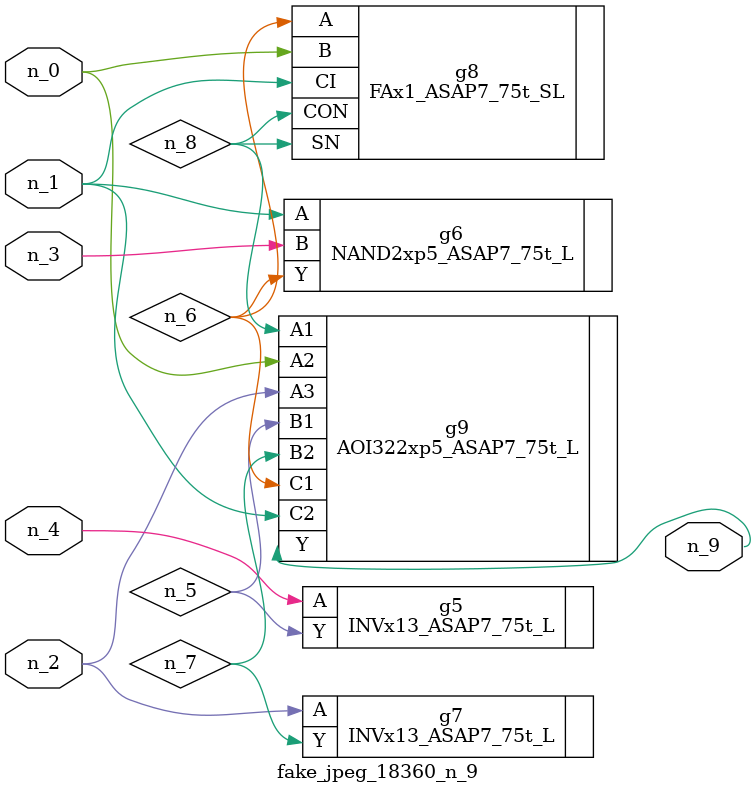
<source format=v>
module fake_jpeg_18360_n_9 (n_3, n_2, n_1, n_0, n_4, n_9);

input n_3;
input n_2;
input n_1;
input n_0;
input n_4;

output n_9;

wire n_8;
wire n_6;
wire n_5;
wire n_7;

INVx13_ASAP7_75t_L g5 ( 
.A(n_4),
.Y(n_5)
);

NAND2xp5_ASAP7_75t_L g6 ( 
.A(n_1),
.B(n_3),
.Y(n_6)
);

INVx13_ASAP7_75t_L g7 ( 
.A(n_2),
.Y(n_7)
);

FAx1_ASAP7_75t_SL g8 ( 
.A(n_6),
.B(n_0),
.CI(n_1),
.CON(n_8),
.SN(n_8)
);

AOI322xp5_ASAP7_75t_L g9 ( 
.A1(n_8),
.A2(n_0),
.A3(n_2),
.B1(n_5),
.B2(n_7),
.C1(n_6),
.C2(n_1),
.Y(n_9)
);


endmodule
</source>
